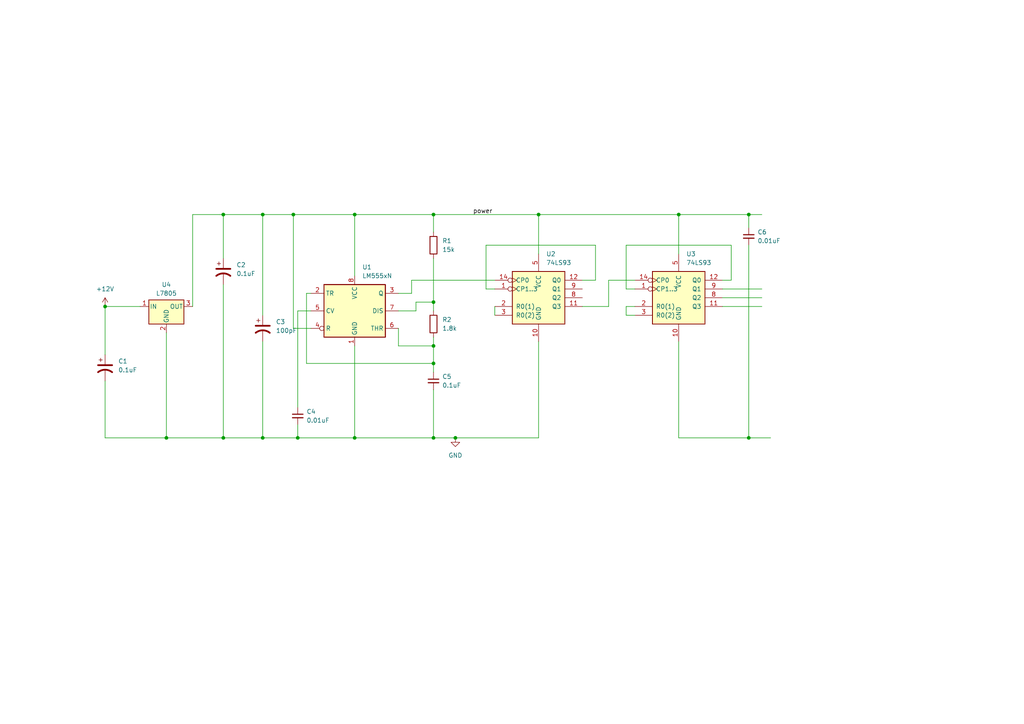
<source format=kicad_sch>
(kicad_sch (version 20230121) (generator eeschema)
  (paper "A4")
  (title_block (title "Rodney Beacon") (date "2023-11-27") (rev "0") (company "Cartheur Research"))
  (lib_symbols
    (symbol "74xx:74LS93" (pin_names (offset 1.016))
      (property "Reference" "U" (at -7.62 8.89 0))
      (property "Value" "74LS93" (at -7.62 -8.89 0))
      (symbol "74LS93_1_0"
        (pin input inverted_clock (at -12.7 2.54 0) (length 5.08) (name "CP1..3") (number "1"))
        (pin power_in line (at 0 -12.7 90) (length 5.08) (name "GND") (number "10"))
        (pin output line (at 12.7 -2.54 180) (length 5.08) (name "Q3") (number "11"))
        (pin output line (at 12.7 5.08 180) (length 5.08) (name "Q0") (number "12"))
        (pin input inverted_clock (at -12.7 5.08 0) (length 5.08) (name "CP0") (number "14"))
        (pin input line (at -12.7 -2.54 0) (length 5.08) (name "R0(1)") (number "2"))
        (pin input line (at -12.7 -5.08 0) (length 5.08) (name "R0(2)") (number "3"))
        (pin power_in line (at 0 12.7 270) (length 5.08) (name "VCC") (number "5"))
        (pin output line (at 12.7 0 180) (length 5.08) (name "Q2") (number "8"))
        (pin output line (at 12.7 2.54 180) (length 5.08) (name "Q1") (number "9"))
      )
      (symbol "74LS93_1_1"
        (rectangle (start -7.62 7.62) (end 7.62 -7.62) (stroke (width 0.254)) (fill (type background)))
      )
    )
    (symbol "Device:C_Polarized_US" (pin_numbers hide) (pin_names (offset 0.254) hide)
      (property "Reference" "C" (at 0.635 2.54 0))
      (property "Value" "C_Polarized_US" (at 0.635 -2.54 0))
      (symbol "C_Polarized_US_0_1"
        (polyline (pts (xy -2.032 0.762) (xy 2.032 0.762)) (stroke (width 0.508)))
        (polyline (pts (xy -1.778 2.286) (xy -0.762 2.286)))
        (polyline (pts (xy -1.27 1.778) (xy -1.27 2.794)))
        (arc (start 2.032 -1.27) (mid 0 -0.5572) (end -2.032 -1.27) (stroke (width 0.508)))
      )
      (symbol "C_Polarized_US_1_1"
        (pin passive line (at 0 3.81 270) (length 2.794) (name "~") (number "1"))
        (pin passive line (at 0 -3.81 90) (length 3.302) (name "~") (number "2"))
      )
    )
    (symbol "Device:C_Small" (pin_numbers hide) (pin_names (offset 0.254) hide)
      (property "Reference" "C" (at 0.254 1.778 0))
      (property "Value" "C_Small" (at 0.254 -2.032 0))
      (symbol "C_Small_0_1"
        (polyline (pts (xy -1.524 -0.508) (xy 1.524 -0.508)) (stroke (width 0.3302)))
        (polyline (pts (xy -1.524 0.508) (xy 1.524 0.508)) (stroke (width 0.3048)))
      )
      (symbol "C_Small_1_1"
        (pin passive line (at 0 2.54 270) (length 2.032) (name "~") (number "1"))
        (pin passive line (at 0 -2.54 90) (length 2.032) (name "~") (number "2"))
      )
    )
    (symbol "Device:R" (pin_numbers hide) (pin_names (offset 0))
      (property "Reference" "R" (at 2.032 0 90))
      (property "Value" "R" (at 0 0 90))
      (symbol "R_0_1"
        (rectangle (start -1.016 -2.54) (end 1.016 2.54) (stroke (width 0.254)))
      )
      (symbol "R_1_1"
        (pin passive line (at 0 3.81 270) (length 1.27) (name "~") (number "1"))
        (pin passive line (at 0 -3.81 90) (length 1.27) (name "~") (number "2"))
      )
    )
    (symbol "Regulator_Linear:L7805" (pin_names (offset 0.254))
      (property "Reference" "U" (at -3.81 3.175 0))
      (property "Value" "L7805" (at 0 3.175 0))
      (symbol "L7805_0_1"
        (rectangle (start -5.08 1.905) (end 5.08 -5.08) (stroke (width 0.254)) (fill (type background)))
      )
      (symbol "L7805_1_1"
        (pin power_in line (at -7.62 0 0) (length 2.54) (name "IN") (number "1"))
        (pin power_in line (at 0 -7.62 90) (length 2.54) (name "GND") (number "2"))
        (pin power_out line (at 7.62 0 180) (length 2.54) (name "OUT") (number "3"))
      )
    )
    (symbol "Timer:LM555xN"
      (property "Reference" "U" (at -10.16 8.89 0))
      (property "Value" "LM555xN" (at 2.54 8.89 0))
      (symbol "LM555xN_0_0"
        (pin power_in line (at 0 -10.16 90) (length 2.54) (name "GND") (number "1"))
        (pin power_in line (at 0 10.16 270) (length 2.54) (name "VCC") (number "8"))
      )
      (symbol "LM555xN_0_1"
        (rectangle (start -8.89 -7.62) (end 8.89 7.62) (stroke (width 0.254)) (fill (type background)))
        (rectangle (start -8.89 -7.62) (end 8.89 7.62) (stroke (width 0.254)) (fill (type background)))
      )
      (symbol "LM555xN_1_1"
        (pin input line (at -12.7 5.08 0) (length 3.81) (name "TR") (number "2"))
        (pin output line (at 12.7 5.08 180) (length 3.81) (name "Q") (number "3"))
        (pin input inverted (at -12.7 -5.08 0) (length 3.81) (name "R") (number "4"))
        (pin input line (at -12.7 0 0) (length 3.81) (name "CV") (number "5"))
        (pin input line (at 12.7 -5.08 180) (length 3.81) (name "THR") (number "6"))
        (pin input line (at 12.7 0 180) (length 3.81) (name "DIS") (number "7"))
      )
    )
    (symbol "power:+12V" (power) (pin_names (offset 0))
      (property "Value" "+12V" (at 0 3.556 0))
      (symbol "+12V_0_1"
        (polyline (pts (xy -0.762 1.27) (xy 0 2.54)))
        (polyline (pts (xy 0 0) (xy 0 2.54)))
        (polyline (pts (xy 0 2.54) (xy 0.762 1.27)))
      )
      (symbol "+12V_1_1"
        (pin power_in line (at 0 0 90) (length 0) hide (name "+12V") (number "1"))
      )
    )
    (symbol "power:GND" (power) (pin_names (offset 0))
      (property "Value" "GND" (at 0 -3.81 0))
      (symbol "GND_0_1"
        (polyline (pts (xy 0 0) (xy 0 -1.27) (xy 1.27 -1.27) (xy 0 -2.54) (xy -1.27 -1.27) (xy 0 -1.27)))
      )
      (symbol "GND_1_1"
        (pin power_in line (at 0 0 270) (length 0) hide (name "GND") (number "1"))
      )
    )
  )
  (junction (at 217.17 62.23))
  (junction (at 76.2 62.23))
  (junction (at 125.73 87.63))
  (junction (at 132.08 127))
  (junction (at 196.85 62.23))
  (junction (at 30.48 88.9))
  (junction (at 64.77 127))
  (junction (at 125.73 105.41))
  (junction (at 85.09 62.23))
  (junction (at 125.73 127))
  (junction (at 76.2 127))
  (junction (at 86.36 127))
  (junction (at 156.21 62.23))
  (junction (at 125.73 62.23))
  (junction (at 64.77 62.23))
  (junction (at 102.87 62.23))
  (junction (at 125.73 100.33))
  (junction (at 217.17 127))
  (junction (at 48.26 127))
  (junction (at 102.87 127))
  (wire (pts (xy 196.85 62.23) (xy 217.17 62.23)))
  (wire (pts (xy 64.77 82.55) (xy 64.77 127)))
  (wire (pts (xy 119.38 85.09) (xy 119.38 81.28)))
  (wire (pts (xy 85.09 95.25) (xy 85.09 62.23)))
  (wire (pts (xy 156.21 62.23) (xy 196.85 62.23)))
  (wire (pts (xy 115.57 95.25) (xy 115.57 100.33)))
  (wire (pts (xy 88.9 85.09) (xy 90.17 85.09)))
  (wire (pts (xy 172.72 71.12) (xy 172.72 81.28)))
  (wire (pts (xy 48.26 96.52) (xy 48.26 127)))
  (wire (pts (xy 172.72 81.28) (xy 168.91 81.28)))
  (wire (pts (xy 125.73 62.23) (xy 125.73 67.31)))
  (wire (pts (xy 76.2 91.44) (xy 76.2 62.23)))
  (wire (pts (xy 30.48 110.49) (xy 30.48 127)))
  (wire (pts (xy 181.61 71.12) (xy 212.09 71.12)))
  (wire (pts (xy 102.87 100.33) (xy 102.87 127)))
  (wire (pts (xy 217.17 62.23) (xy 217.17 66.04)))
  (wire (pts (xy 209.55 86.36) (xy 220.98 86.36)))
  (wire (pts (xy 102.87 62.23) (xy 125.73 62.23)))
  (wire (pts (xy 156.21 99.06) (xy 156.21 127)))
  (wire (pts (xy 64.77 62.23) (xy 76.2 62.23)))
  (wire (pts (xy 184.15 83.82) (xy 181.61 83.82)))
  (wire (pts (xy 30.48 127) (xy 48.26 127)))
  (wire (pts (xy 132.08 127) (xy 156.21 127)))
  (wire (pts (xy 217.17 71.12) (xy 217.17 127)))
  (wire (pts (xy 217.17 127) (xy 223.52 127)))
  (wire (pts (xy 212.09 71.12) (xy 212.09 81.28)))
  (wire (pts (xy 196.85 127) (xy 217.17 127)))
  (wire (pts (xy 176.53 81.28) (xy 184.15 81.28)))
  (wire (pts (xy 217.17 62.23) (xy 220.98 62.23)))
  (wire (pts (xy 76.2 127) (xy 86.36 127)))
  (wire (pts (xy 30.48 88.9) (xy 30.48 102.87)))
  (wire (pts (xy 125.73 62.23) (xy 156.21 62.23)))
  (wire (pts (xy 90.17 95.25) (xy 85.09 95.25)))
  (wire (pts (xy 140.97 83.82) (xy 140.97 71.12)))
  (wire (pts (xy 120.65 90.17) (xy 120.65 87.63)))
  (wire (pts (xy 102.87 127) (xy 125.73 127)))
  (wire (pts (xy 125.73 87.63) (xy 125.73 90.17)))
  (wire (pts (xy 86.36 90.17) (xy 86.36 118.11)))
  (wire (pts (xy 90.17 90.17) (xy 86.36 90.17)))
  (wire (pts (xy 125.73 105.41) (xy 125.73 107.95)))
  (wire (pts (xy 125.73 100.33) (xy 125.73 105.41)))
  (wire (pts (xy 64.77 127) (xy 76.2 127)))
  (wire (pts (xy 88.9 105.41) (xy 125.73 105.41)))
  (wire (pts (xy 125.73 127) (xy 132.08 127)))
  (wire (pts (xy 125.73 97.79) (xy 125.73 100.33)))
  (wire (pts (xy 102.87 80.01) (xy 102.87 62.23)))
  (wire (pts (xy 120.65 87.63) (xy 125.73 87.63)))
  (wire (pts (xy 85.09 62.23) (xy 102.87 62.23)))
  (wire (pts (xy 140.97 71.12) (xy 172.72 71.12)))
  (wire (pts (xy 88.9 105.41) (xy 88.9 85.09)))
  (wire (pts (xy 55.88 88.9) (xy 55.88 62.23)))
  (wire (pts (xy 209.55 81.28) (xy 212.09 81.28)))
  (wire (pts (xy 196.85 99.06) (xy 196.85 127)))
  (wire (pts (xy 176.53 88.9) (xy 176.53 81.28)))
  (wire (pts (xy 181.61 88.9) (xy 181.61 91.44)))
  (wire (pts (xy 209.55 83.82) (xy 220.98 83.82)))
  (wire (pts (xy 209.55 88.9) (xy 220.98 88.9)))
  (wire (pts (xy 76.2 62.23) (xy 85.09 62.23)))
  (wire (pts (xy 55.88 62.23) (xy 64.77 62.23)))
  (wire (pts (xy 181.61 83.82) (xy 181.61 71.12)))
  (wire (pts (xy 184.15 88.9) (xy 181.61 88.9)))
  (wire (pts (xy 86.36 123.19) (xy 86.36 127)))
  (wire (pts (xy 156.21 73.66) (xy 156.21 62.23)))
  (wire (pts (xy 143.51 83.82) (xy 140.97 83.82)))
  (wire (pts (xy 48.26 127) (xy 64.77 127)))
  (wire (pts (xy 30.48 88.9) (xy 40.64 88.9)))
  (wire (pts (xy 76.2 99.06) (xy 76.2 127)))
  (wire (pts (xy 86.36 127) (xy 102.87 127)))
  (wire (pts (xy 143.51 88.9) (xy 143.51 91.44)))
  (wire (pts (xy 115.57 90.17) (xy 120.65 90.17)))
  (wire (pts (xy 115.57 85.09) (xy 119.38 85.09)))
  (wire (pts (xy 115.57 100.33) (xy 125.73 100.33)))
  (wire (pts (xy 125.73 113.03) (xy 125.73 127)))
  (wire (pts (xy 168.91 88.9) (xy 176.53 88.9)))
  (wire (pts (xy 119.38 81.28) (xy 143.51 81.28)))
  (wire (pts (xy 196.85 62.23) (xy 196.85 73.66)))
  (wire (pts (xy 64.77 62.23) (xy 64.77 74.93)))
  (wire (pts (xy 181.61 91.44) (xy 184.15 91.44)))
  (wire (pts (xy 125.73 74.93) (xy 125.73 87.63)))
  (label "power" (at 137.16 62.23 0))
  (symbol (lib_id "74xx:74LS93") (at 156.21 86.36 0) (unit 1)
    (property "Reference" "U2" (at 158.4041 73.66 0) (effects (justify left)))
    (property "Value" "74LS93" (at 158.4041 76.2 0) (effects (justify left)))
    (property "Footprint" "Package_DIP:DIP-14_W7.62mm" (effects hide))
    (property "Datasheet" "http://www.ti.com/lit/gpn/sn74LS93" (effects hide))
  )
  (symbol (lib_id "Device:C_Polarized_US") (at 64.77 78.74 0) (unit 1)
    (property "Reference" "C2" (at 68.58 76.835 0) (effects (justify left)))
    (property "Value" "0.1uF" (at 68.58 79.375 0) (effects (justify left)))
    (property "Footprint" "Capacitor_SMD:CP_Elec_3x5.3" (effects hide))
  )
  (symbol (lib_id "Device:C_Small") (at 86.36 120.65 0) (unit 1)
    (property "Reference" "C4" (at 88.9 119.3863 0) (effects (justify left)))
    (property "Value" "0.01uF" (at 88.9 121.9263 0) (effects (justify left)))
    (property "Footprint" "Capacitor_SMD:C_0201_0603Metric" (effects hide))
  )
  (symbol (lib_id "Device:R") (at 125.73 93.98 0) (unit 1)
    (property "Reference" "R2" (at 128.27 92.71 0) (effects (justify left)))
    (property "Value" "1.8k" (at 128.27 95.25 0) (effects (justify left)))
    (property "Footprint" "Resistor_SMD:R_0201_0603Metric" (effects hide))
  )
  (symbol (lib_id "Device:C_Small") (at 125.73 110.49 0) (unit 1)
    (property "Reference" "C5" (at 128.27 109.2263 0) (effects (justify left)))
    (property "Value" "0.1uF" (at 128.27 111.7663 0) (effects (justify left)))
    (property "Footprint" "Capacitor_SMD:C_0201_0603Metric" (effects hide))
  )
  (symbol (lib_id "74xx:74LS93") (at 196.85 86.36 0) (unit 1)
    (property "Reference" "U3" (at 199.0441 73.66 0) (effects (justify left)))
    (property "Value" "74LS93" (at 199.0441 76.2 0) (effects (justify left)))
    (property "Footprint" "Package_DIP:DIP-14_W7.62mm" (effects hide))
    (property "Datasheet" "http://www.ti.com/lit/gpn/sn74LS93" (effects hide))
  )
  (symbol (lib_id "Device:C_Polarized_US") (at 76.2 95.25 0) (unit 1)
    (property "Reference" "C3" (at 80.01 93.345 0) (effects (justify left)))
    (property "Value" "100pF" (at 80.01 95.885 0) (effects (justify left)))
    (property "Footprint" "Capacitor_SMD:CP_Elec_3x5.3" (effects hide))
  )
  (symbol (lib_id "Device:R") (at 125.73 71.12 0) (unit 1)
    (property "Reference" "R1" (at 128.27 69.85 0) (effects (justify left)))
    (property "Value" "15k" (at 128.27 72.39 0) (effects (justify left)))
    (property "Footprint" "Resistor_SMD:R_0201_0603Metric" (effects hide))
  )
  (symbol (lib_id "Regulator_Linear:L7805") (at 48.26 88.9 0) (unit 1)
    (property "Reference" "U4" (at 48.26 82.55 0))
    (property "Value" "L7805" (at 48.26 85.09 0))
    (property "Footprint" "Package_TO_SOT_THT:TO-220-3_Horizontal_TabDown" (effects hide))
    (property "Datasheet" "http://www.st.com/content/ccc/resource/technical/document/datasheet/41/4f/b3/b0/12/d4/47/88/CD00000444.pdf/files/CD00000444.pdf/jcr:content/translations/en.CD00000444.pdf" (effects hide))
  )
  (symbol (lib_id "Timer:LM555xN") (at 102.87 90.17 0) (unit 1)
    (property "Reference" "U1" (at 105.0641 77.47 0) (effects (justify left)))
    (property "Value" "LM555xN" (at 105.0641 80.01 0) (effects (justify left)))
    (property "Footprint" "Package_DIP:DIP-8_W7.62mm" (effects hide))
    (property "Datasheet" "http://www.ti.com/lit/ds/symlink/lm555.pdf" (effects hide))
  )
  (symbol (lib_id "power:GND") (at 132.08 127 0) (unit 1)
    (property "Reference" "#PWR02" (effects hide))
    (property "Value" "GND" (at 132.08 132.08 0))
  )
  (symbol (lib_id "Device:C_Small") (at 217.17 68.58 0) (unit 1)
    (property "Reference" "C6" (at 219.71 67.3163 0) (effects (justify left)))
    (property "Value" "0.01uF" (at 219.71 69.8563 0) (effects (justify left)))
    (property "Footprint" "Capacitor_SMD:C_0201_0603Metric" (effects hide))
  )
  (symbol (lib_id "Device:C_Polarized_US") (at 30.48 106.68 0) (unit 1)
    (property "Reference" "C1" (at 34.29 104.775 0) (effects (justify left)))
    (property "Value" "0.1uF" (at 34.29 107.315 0) (effects (justify left)))
    (property "Footprint" "Capacitor_SMD:CP_Elec_3x5.3" (effects hide))
  )
  (symbol (lib_id "power:+12V") (at 30.48 88.9 0) (unit 1)
    (property "Reference" "#PWR01" (effects hide))
    (property "Value" "+12V" (at 30.48 83.82 0))
  )
)
</source>
